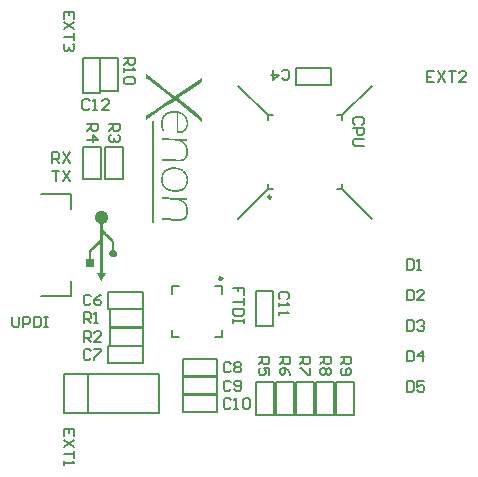
<source format=gto>
G04*
G04 #@! TF.GenerationSoftware,Altium Limited,Altium Designer,19.1.6 (110)*
G04*
G04 Layer_Color=65535*
%FSLAX25Y25*%
%MOIN*%
G70*
G01*
G75*
%ADD10C,0.00984*%
%ADD11C,0.00602*%
%ADD12C,0.00787*%
%ADD13C,0.00630*%
G36*
X57041Y121045D02*
X57169D01*
X57460Y121008D01*
X57788Y120972D01*
X58171Y120899D01*
X58553Y120790D01*
X58954Y120662D01*
X58973D01*
X59009Y120644D01*
X59064Y120626D01*
X59136Y120589D01*
X59319Y120480D01*
X59556Y120352D01*
X59829Y120152D01*
X60120Y119933D01*
X60394Y119660D01*
X60667Y119332D01*
Y119314D01*
X60703Y119296D01*
X60740Y119241D01*
X60776Y119168D01*
X60831Y119077D01*
X60886Y118949D01*
X61013Y118676D01*
X61141Y118348D01*
X61250Y117947D01*
X61323Y117492D01*
X61359Y116982D01*
Y116818D01*
X61341Y116636D01*
X61323Y116417D01*
X61268Y116144D01*
X61214Y115852D01*
X61123Y115560D01*
X60995Y115269D01*
Y115251D01*
X60977Y115233D01*
X60922Y115141D01*
X60849Y114996D01*
X60722Y114813D01*
X60558Y114631D01*
X60357Y114431D01*
X60120Y114231D01*
X59847Y114048D01*
X59811Y114030D01*
X59701Y113975D01*
X59537Y113902D01*
X59301Y113830D01*
X59027Y113757D01*
X58699Y113684D01*
X58335Y113629D01*
X57934Y113611D01*
X57898D01*
X57806D01*
X57697D01*
X57551Y113629D01*
Y120389D01*
X57533D01*
X57460D01*
X57351Y120407D01*
X57242D01*
X56968Y120425D01*
X56823D01*
X56713D01*
X56677D01*
X56568D01*
X56422Y120407D01*
X56203Y120389D01*
X55966Y120371D01*
X55693Y120316D01*
X55420Y120261D01*
X55128Y120188D01*
X55092Y120170D01*
X55001Y120152D01*
X54873Y120079D01*
X54691Y120006D01*
X54490Y119915D01*
X54290Y119788D01*
X54071Y119642D01*
X53871Y119478D01*
X53853Y119460D01*
X53780Y119387D01*
X53689Y119277D01*
X53579Y119150D01*
X53452Y118968D01*
X53342Y118786D01*
X53215Y118549D01*
X53106Y118312D01*
X53087Y118275D01*
X53069Y118202D01*
X53033Y118057D01*
X52996Y117875D01*
X52942Y117674D01*
X52905Y117419D01*
X52887Y117164D01*
X52869Y116891D01*
Y116781D01*
X52887Y116690D01*
Y116581D01*
X52905Y116453D01*
X52924Y116308D01*
X52942Y116144D01*
X52996Y115761D01*
X53106Y115324D01*
X53233Y114850D01*
X53415Y114340D01*
X53397D01*
X53361Y114358D01*
X53288D01*
X53215Y114376D01*
X52996Y114413D01*
X52759Y114449D01*
Y114486D01*
X52723Y114577D01*
X52687Y114704D01*
X52650Y114868D01*
X52614Y115069D01*
X52559Y115287D01*
X52486Y115725D01*
Y115743D01*
X52468Y115816D01*
X52450Y115925D01*
Y116071D01*
X52431Y116253D01*
X52413Y116453D01*
X52395Y116872D01*
Y117036D01*
X52413Y117237D01*
X52431Y117474D01*
X52468Y117765D01*
X52504Y118075D01*
X52577Y118385D01*
X52668Y118694D01*
X52687Y118731D01*
X52723Y118822D01*
X52796Y118968D01*
X52887Y119150D01*
X53015Y119369D01*
X53160Y119587D01*
X53361Y119824D01*
X53579Y120043D01*
X53616Y120061D01*
X53689Y120134D01*
X53834Y120225D01*
X53998Y120352D01*
X54217Y120480D01*
X54472Y120607D01*
X54727Y120717D01*
X55019Y120826D01*
X55037D01*
X55055Y120844D01*
X55164Y120863D01*
X55329Y120899D01*
X55529Y120935D01*
X55784Y120990D01*
X56076Y121027D01*
X56403Y121045D01*
X56731Y121063D01*
X56750D01*
X56786D01*
X56841D01*
X56932D01*
X57041Y121045D01*
D02*
G37*
G36*
X57770Y111771D02*
X60211Y111680D01*
X60248D01*
X60321D01*
X60430D01*
X60576D01*
X60904D01*
X61050D01*
X61177D01*
Y111552D01*
X61159Y111425D01*
Y111151D01*
X61177Y111005D01*
X59247Y111114D01*
X59246Y111115D01*
X59228D01*
X59247Y111114D01*
X59301Y111078D01*
X59373Y111042D01*
X59446Y111005D01*
X59647Y110915D01*
X59738Y110860D01*
X59829Y110805D01*
X59847D01*
X59865Y110787D01*
X59975Y110714D01*
X60120Y110605D01*
X60284Y110477D01*
X60303Y110459D01*
X60321Y110441D01*
X60430Y110331D01*
X60576Y110167D01*
X60722Y109967D01*
X60740Y109949D01*
X60758Y109912D01*
X60795Y109858D01*
X60849Y109767D01*
X60904Y109657D01*
X60958Y109548D01*
X61068Y109256D01*
Y109238D01*
X61086Y109184D01*
X61123Y109092D01*
X61159Y109001D01*
X61177Y108874D01*
X61214Y108728D01*
X61286Y108418D01*
Y108400D01*
X61305Y108345D01*
Y108254D01*
X61323Y108145D01*
X61341Y108018D01*
Y107872D01*
X61359Y107544D01*
Y107289D01*
X61341Y107106D01*
X61323Y106888D01*
X61286Y106651D01*
X61195Y106159D01*
Y106123D01*
X61159Y106050D01*
X61123Y105922D01*
X61068Y105758D01*
X60995Y105594D01*
X60886Y105412D01*
X60776Y105212D01*
X60631Y105048D01*
X60612Y105029D01*
X60558Y104975D01*
X60485Y104902D01*
X60357Y104811D01*
X60230Y104701D01*
X60066Y104610D01*
X59902Y104519D01*
X59701Y104446D01*
X59683D01*
X59610Y104410D01*
X59501Y104392D01*
X59373Y104355D01*
X59209Y104319D01*
X59027Y104301D01*
X58608Y104264D01*
X58590D01*
X58553D01*
X58499D01*
X58408D01*
X58298D01*
X58171Y104282D01*
X58007D01*
X57825Y104301D01*
X53944Y104483D01*
X52559Y104501D01*
Y105157D01*
X52577D01*
X52614D01*
X52668D01*
X52741Y105139D01*
X52942D01*
X53215Y105121D01*
X53525Y105102D01*
X53853Y105066D01*
X54217Y105048D01*
X54581Y105029D01*
X56768Y104902D01*
X56786D01*
X56823D01*
X56877D01*
X56968Y104884D01*
X57187D01*
X57442Y104865D01*
X57734D01*
X58025Y104847D01*
X58298D01*
X58517D01*
X58535D01*
X58608D01*
X58717D01*
X58863Y104865D01*
X59009Y104884D01*
X59173Y104920D01*
X59519Y105011D01*
X59537D01*
X59592Y105048D01*
X59683Y105084D01*
X59792Y105139D01*
X59902Y105212D01*
X60029Y105303D01*
X60157Y105412D01*
X60266Y105558D01*
X60284Y105576D01*
X60321Y105631D01*
X60357Y105722D01*
X60430Y105831D01*
X60503Y105959D01*
X60558Y106123D01*
X60631Y106305D01*
X60685Y106505D01*
Y106523D01*
X60703Y106596D01*
X60740Y106706D01*
X60758Y106851D01*
X60795Y107015D01*
X60813Y107216D01*
X60831Y107635D01*
Y107762D01*
X60813Y107926D01*
X60795Y108109D01*
X60776Y108327D01*
X60740Y108564D01*
X60667Y108819D01*
X60594Y109056D01*
Y109074D01*
X60558Y109147D01*
X60503Y109275D01*
X60448Y109402D01*
X60357Y109566D01*
X60248Y109748D01*
X60120Y109931D01*
X59975Y110095D01*
X59956Y110113D01*
X59902Y110167D01*
X59811Y110240D01*
X59683Y110350D01*
X59537Y110459D01*
X59355Y110587D01*
X59155Y110714D01*
X58936Y110823D01*
X58918D01*
X58845Y110860D01*
X58754Y110896D01*
X58608Y110951D01*
X58426Y111005D01*
X58207Y111060D01*
X57934Y111097D01*
X57642Y111151D01*
X57606D01*
X57515Y111170D01*
X57424D01*
X57333Y111188D01*
X57223D01*
X57078Y111206D01*
X56932Y111224D01*
X56750D01*
X56568Y111242D01*
X56349Y111261D01*
X56112Y111279D01*
X55857D01*
X55584Y111297D01*
X55292Y111315D01*
X55274D01*
X55219D01*
X55128D01*
X55019D01*
X54891Y111334D01*
X54727D01*
X54545D01*
X54345D01*
X53907Y111352D01*
X53452D01*
X52996Y111370D01*
X52559D01*
Y112044D01*
X57770Y111771D01*
D02*
G37*
G36*
X56986Y102296D02*
X57114Y102278D01*
X57460Y102242D01*
X57843Y102187D01*
X58262Y102096D01*
X58699Y101968D01*
X59136Y101804D01*
X59155D01*
X59191Y101786D01*
X59246Y101750D01*
X59319Y101713D01*
X59519Y101586D01*
X59774Y101422D01*
X60048Y101203D01*
X60321Y100948D01*
X60594Y100638D01*
X60813Y100292D01*
Y100274D01*
X60831Y100238D01*
X60867Y100183D01*
X60904Y100110D01*
X60940Y100019D01*
X60995Y99910D01*
X61086Y99636D01*
X61195Y99308D01*
X61268Y98926D01*
X61341Y98525D01*
X61359Y98088D01*
Y97960D01*
X61341Y97796D01*
X61323Y97596D01*
X61305Y97377D01*
X61268Y97104D01*
X61195Y96830D01*
X61123Y96557D01*
X61104Y96521D01*
X61086Y96430D01*
X61031Y96284D01*
X60940Y96120D01*
X60849Y95901D01*
X60722Y95683D01*
X60558Y95464D01*
X60375Y95245D01*
X60357Y95227D01*
X60284Y95154D01*
X60157Y95045D01*
X60011Y94917D01*
X59792Y94790D01*
X59556Y94644D01*
X59282Y94516D01*
X58973Y94389D01*
X58954D01*
X58936Y94371D01*
X58827Y94334D01*
X58644Y94298D01*
X58426Y94225D01*
X58153Y94170D01*
X57843Y94134D01*
X57515Y94097D01*
X57151Y94079D01*
X57132D01*
X57096D01*
X57041D01*
X56968D01*
X56768Y94097D01*
X56513Y94116D01*
X56203Y94152D01*
X55875Y94225D01*
X55511Y94298D01*
X55146Y94407D01*
X55128D01*
X55110Y94425D01*
X55055Y94444D01*
X54982Y94462D01*
X54818Y94535D01*
X54600Y94626D01*
X54345Y94753D01*
X54071Y94917D01*
X53816Y95100D01*
X53561Y95300D01*
X53525Y95318D01*
X53452Y95409D01*
X53342Y95519D01*
X53215Y95683D01*
X53051Y95883D01*
X52905Y96120D01*
X52759Y96375D01*
X52650Y96666D01*
X52632Y96703D01*
X52614Y96794D01*
X52577Y96958D01*
X52523Y97158D01*
X52468Y97413D01*
X52431Y97687D01*
X52413Y97996D01*
X52395Y98324D01*
Y98543D01*
X52413Y98707D01*
X52431Y98889D01*
X52450Y99090D01*
X52541Y99527D01*
Y99545D01*
X52559Y99618D01*
X52596Y99746D01*
X52650Y99891D01*
X52705Y100055D01*
X52796Y100238D01*
X52887Y100438D01*
X52996Y100638D01*
X53015Y100657D01*
X53051Y100730D01*
X53124Y100821D01*
X53233Y100948D01*
X53342Y101076D01*
X53488Y101240D01*
X53671Y101404D01*
X53853Y101549D01*
X53871Y101568D01*
X53944Y101604D01*
X54071Y101677D01*
X54217Y101768D01*
X54399Y101859D01*
X54618Y101950D01*
X54855Y102041D01*
X55110Y102132D01*
X55146D01*
X55237Y102169D01*
X55383Y102187D01*
X55565Y102224D01*
X55802Y102260D01*
X56057Y102278D01*
X56331Y102315D01*
X56622D01*
X56640D01*
X56677D01*
X56750D01*
X56859D01*
X56986Y102296D01*
D02*
G37*
G36*
X57770Y92002D02*
X60211Y91911D01*
X60248D01*
X60321D01*
X60430D01*
X60576D01*
X60904D01*
X61050D01*
X61177D01*
Y91783D01*
X61159Y91656D01*
Y91383D01*
X61177Y91237D01*
X59247Y91345D01*
X59246Y91346D01*
X59228D01*
X59247Y91345D01*
X59301Y91310D01*
X59373Y91273D01*
X59446Y91237D01*
X59647Y91146D01*
X59738Y91091D01*
X59829Y91036D01*
X59847D01*
X59865Y91018D01*
X59975Y90945D01*
X60120Y90836D01*
X60284Y90709D01*
X60303Y90690D01*
X60321Y90672D01*
X60430Y90563D01*
X60576Y90399D01*
X60722Y90198D01*
X60740Y90180D01*
X60758Y90144D01*
X60795Y90089D01*
X60849Y89998D01*
X60904Y89889D01*
X60958Y89779D01*
X61068Y89488D01*
Y89469D01*
X61086Y89415D01*
X61123Y89324D01*
X61159Y89233D01*
X61177Y89105D01*
X61214Y88959D01*
X61286Y88650D01*
Y88631D01*
X61305Y88577D01*
Y88486D01*
X61323Y88376D01*
X61341Y88249D01*
Y88103D01*
X61359Y87775D01*
Y87520D01*
X61341Y87338D01*
X61323Y87119D01*
X61286Y86882D01*
X61195Y86390D01*
Y86354D01*
X61159Y86281D01*
X61123Y86154D01*
X61068Y85989D01*
X60995Y85826D01*
X60886Y85643D01*
X60776Y85443D01*
X60631Y85279D01*
X60612Y85261D01*
X60558Y85206D01*
X60485Y85133D01*
X60357Y85042D01*
X60230Y84933D01*
X60066Y84842D01*
X59902Y84750D01*
X59701Y84678D01*
X59683D01*
X59610Y84641D01*
X59501Y84623D01*
X59373Y84587D01*
X59209Y84550D01*
X59027Y84532D01*
X58608Y84496D01*
X58590D01*
X58553D01*
X58499D01*
X58408D01*
X58298D01*
X58171Y84514D01*
X58007D01*
X57825Y84532D01*
X53944Y84714D01*
X52559Y84732D01*
Y85388D01*
X52577D01*
X52614D01*
X52668D01*
X52741Y85370D01*
X52942D01*
X53215Y85352D01*
X53525Y85334D01*
X53853Y85297D01*
X54217Y85279D01*
X54581Y85261D01*
X56768Y85133D01*
X56786D01*
X56823D01*
X56877D01*
X56968Y85115D01*
X57187D01*
X57442Y85097D01*
X57734D01*
X58025Y85079D01*
X58298D01*
X58517D01*
X58535D01*
X58608D01*
X58717D01*
X58863Y85097D01*
X59009Y85115D01*
X59173Y85151D01*
X59519Y85242D01*
X59537D01*
X59592Y85279D01*
X59683Y85315D01*
X59792Y85370D01*
X59902Y85443D01*
X60029Y85534D01*
X60157Y85643D01*
X60266Y85789D01*
X60284Y85807D01*
X60321Y85862D01*
X60357Y85953D01*
X60430Y86062D01*
X60503Y86190D01*
X60558Y86354D01*
X60631Y86536D01*
X60685Y86737D01*
Y86755D01*
X60703Y86828D01*
X60740Y86937D01*
X60758Y87083D01*
X60795Y87247D01*
X60813Y87447D01*
X60831Y87866D01*
Y87994D01*
X60813Y88158D01*
X60795Y88340D01*
X60776Y88559D01*
X60740Y88795D01*
X60667Y89051D01*
X60594Y89287D01*
Y89306D01*
X60558Y89378D01*
X60503Y89506D01*
X60448Y89634D01*
X60357Y89798D01*
X60248Y89980D01*
X60120Y90162D01*
X59975Y90326D01*
X59956Y90344D01*
X59902Y90399D01*
X59811Y90472D01*
X59683Y90581D01*
X59537Y90690D01*
X59355Y90818D01*
X59155Y90945D01*
X58936Y91055D01*
X58918D01*
X58845Y91091D01*
X58754Y91128D01*
X58608Y91182D01*
X58426Y91237D01*
X58207Y91291D01*
X57934Y91328D01*
X57642Y91383D01*
X57606D01*
X57515Y91401D01*
X57424D01*
X57333Y91419D01*
X57223D01*
X57078Y91437D01*
X56932Y91456D01*
X56750D01*
X56568Y91474D01*
X56349Y91492D01*
X56112Y91510D01*
X55857D01*
X55584Y91528D01*
X55292Y91547D01*
X55274D01*
X55219D01*
X55128D01*
X55019D01*
X54891Y91565D01*
X54727D01*
X54545D01*
X54345D01*
X53907Y91583D01*
X53452D01*
X52996Y91601D01*
X52559D01*
Y92275D01*
X57770Y92002D01*
D02*
G37*
G36*
X47470Y133435D02*
X47528Y133377D01*
X47674Y133290D01*
X47849Y133115D01*
X48112Y132911D01*
X48461Y132648D01*
X48870Y132327D01*
X49365Y131919D01*
X49949Y131482D01*
X50619Y130928D01*
X51407Y130315D01*
X52281Y129645D01*
X52748Y129265D01*
X53273Y128857D01*
X53798Y128449D01*
X54381Y128012D01*
X54993Y127545D01*
X55606Y127049D01*
X56276Y126524D01*
X56976Y126000D01*
X66074Y132094D01*
Y131890D01*
X66045Y131657D01*
Y130928D01*
X66074Y130694D01*
X63596Y129120D01*
X57938Y125241D01*
X64587Y119934D01*
X64645Y119905D01*
X64762Y119818D01*
X64937Y119672D01*
X65141Y119526D01*
X65199Y119468D01*
X65258Y119439D01*
X65374Y119351D01*
X65491Y119264D01*
X65666Y119147D01*
X65841Y119001D01*
X66074Y118855D01*
Y117485D01*
X58230Y123667D01*
X56976Y124600D01*
X56947D01*
X56889Y124542D01*
X56801Y124483D01*
X56685Y124396D01*
X56539Y124308D01*
X56335Y124192D01*
X55897Y123871D01*
X55314Y123492D01*
X54673Y123054D01*
X53944Y122559D01*
X53127Y122034D01*
X47441Y118156D01*
Y119555D01*
X47470D01*
X47499Y119584D01*
X47587Y119643D01*
X47703Y119701D01*
X47995Y119905D01*
X48374Y120138D01*
X48841Y120430D01*
X49365Y120780D01*
X49949Y121159D01*
X50532Y121567D01*
X50561D01*
X50619Y121626D01*
X50707Y121684D01*
X50853Y121771D01*
X51028Y121888D01*
X51261Y122063D01*
X51523Y122238D01*
X51844Y122442D01*
X52194Y122675D01*
X52602Y122967D01*
X53040Y123288D01*
X53535Y123609D01*
X54089Y123988D01*
X54702Y124425D01*
X55343Y124862D01*
X56043Y125358D01*
X52602Y128099D01*
X48695Y131132D01*
X48666Y131161D01*
X48607Y131190D01*
X48520Y131278D01*
X48374Y131365D01*
X48199Y131511D01*
X47966Y131686D01*
X47732Y131861D01*
X47441Y132065D01*
Y133465D01*
X47470Y133435D01*
D02*
G37*
G36*
X32794Y87762D02*
X32947Y87741D01*
X33090Y87708D01*
X33352Y87609D01*
X33570Y87500D01*
X33669Y87445D01*
X33745Y87391D01*
X33822Y87347D01*
X33887Y87303D01*
X33931Y87260D01*
X33964Y87227D01*
X33986Y87216D01*
X33997Y87205D01*
X34106Y87096D01*
X34194Y86987D01*
X34281Y86877D01*
X34347Y86779D01*
X34401Y86691D01*
X34434Y86626D01*
X34456Y86582D01*
X34467Y86571D01*
X34521Y86440D01*
X34576Y86309D01*
X34609Y86189D01*
X34642Y86068D01*
X34653Y85970D01*
X34663Y85893D01*
X34674Y85850D01*
Y85828D01*
X34685Y85686D01*
Y85544D01*
X34663Y85281D01*
X34609Y85041D01*
X34543Y84833D01*
X34467Y84658D01*
X34434Y84593D01*
X34401Y84527D01*
X34379Y84483D01*
X34357Y84451D01*
X34336Y84429D01*
Y84418D01*
X34161Y84199D01*
X33975Y84013D01*
X33789Y83860D01*
X33603Y83740D01*
X33439Y83653D01*
X33374Y83620D01*
X33308Y83587D01*
X33253Y83565D01*
X33221Y83554D01*
X33199Y83543D01*
X33188D01*
X33133Y83533D01*
X33090Y83522D01*
X33057Y83511D01*
X33046D01*
X33013Y83500D01*
X33002Y83489D01*
X32991D01*
X32980Y83478D01*
Y83456D01*
X32969Y83401D01*
X32958Y83336D01*
Y82254D01*
X32969Y82101D01*
Y81904D01*
X32980Y81849D01*
Y81817D01*
X33013Y81674D01*
X33057Y81543D01*
X33079Y81489D01*
X33101Y81445D01*
X33122Y81423D01*
Y81412D01*
X33188Y81314D01*
X33264Y81226D01*
X33330Y81150D01*
X33341Y81139D01*
X33352Y81128D01*
X33396Y81084D01*
X33472Y81019D01*
X33560Y80931D01*
X33658Y80833D01*
X33778Y80713D01*
X33909Y80592D01*
X34172Y80341D01*
X34434Y80101D01*
X34543Y79980D01*
X34653Y79882D01*
X34740Y79805D01*
X34806Y79740D01*
X34849Y79696D01*
X34860Y79685D01*
X35002Y79554D01*
X35133Y79434D01*
X35363Y79215D01*
X35560Y79029D01*
X35713Y78887D01*
X35822Y78778D01*
X35899Y78702D01*
X35953Y78658D01*
X35964Y78647D01*
X36073Y78538D01*
X36161Y78450D01*
X36226Y78374D01*
X36270Y78319D01*
X36314Y78275D01*
X36336Y78242D01*
X36347Y78221D01*
X36478Y78035D01*
X36565Y77871D01*
X36609Y77794D01*
X36631Y77740D01*
X36653Y77696D01*
Y77685D01*
X36729Y77466D01*
X36762Y77368D01*
X36784Y77281D01*
X36795Y77215D01*
X36806Y77160D01*
X36817Y77128D01*
Y77084D01*
X36828Y77029D01*
Y76887D01*
X36838Y76822D01*
Y76570D01*
X36849Y76428D01*
Y74745D01*
X37003Y74668D01*
X37068Y74636D01*
X37112Y74603D01*
X37145Y74592D01*
X37156Y74581D01*
X37210Y74537D01*
X37265Y74493D01*
X37308Y74450D01*
X37319Y74439D01*
X37429Y74319D01*
X37505Y74209D01*
X37538Y74177D01*
X37560Y74144D01*
X37571Y74122D01*
Y74111D01*
X37626Y73980D01*
X37669Y73860D01*
X37680Y73816D01*
X37691Y73772D01*
X37702Y73750D01*
Y73739D01*
X37713Y73597D01*
Y73466D01*
X37691Y73346D01*
X37669Y73237D01*
X37647Y73138D01*
X37615Y73073D01*
X37604Y73018D01*
X37593Y73007D01*
X37527Y72876D01*
X37462Y72767D01*
X37385Y72668D01*
X37308Y72592D01*
X37243Y72526D01*
X37188Y72471D01*
X37145Y72450D01*
X37134Y72439D01*
X37090Y72406D01*
X37046Y72373D01*
X37003Y72362D01*
X36992Y72351D01*
X36926Y72318D01*
X36882Y72297D01*
X36838Y72286D01*
X36828D01*
X36751Y72264D01*
X36696Y72253D01*
X36664Y72242D01*
X36653D01*
X36620D01*
X36587Y72231D01*
X36500D01*
X36434D01*
X36412D01*
X36401D01*
X36292D01*
X36215D01*
X36172Y72242D01*
X36161D01*
X36106Y72253D01*
X36062Y72264D01*
X36019Y72275D01*
X36008D01*
X35866Y72340D01*
X35745Y72406D01*
X35702Y72428D01*
X35669Y72450D01*
X35647Y72461D01*
X35636Y72471D01*
X35527Y72559D01*
X35429Y72646D01*
X35374Y72712D01*
X35363Y72734D01*
X35352Y72745D01*
X35287Y72854D01*
X35232Y72952D01*
X35199Y73051D01*
X35166Y73149D01*
X35144Y73226D01*
X35122Y73291D01*
X35112Y73335D01*
Y73346D01*
X35101Y73466D01*
Y73575D01*
X35112Y73685D01*
X35133Y73783D01*
X35155Y73870D01*
X35166Y73936D01*
X35188Y73980D01*
Y73991D01*
X35265Y74144D01*
X35341Y74275D01*
X35385Y74319D01*
X35407Y74362D01*
X35429Y74384D01*
X35440Y74395D01*
X35571Y74515D01*
X35691Y74603D01*
X35735Y74636D01*
X35778Y74647D01*
X35800Y74668D01*
X35811D01*
X35953Y74745D01*
Y77117D01*
X35899Y77270D01*
X35822Y77434D01*
X35789Y77510D01*
X35745Y77576D01*
X35702Y77619D01*
X35680Y77663D01*
X35658Y77685D01*
X35647Y77696D01*
X35603Y77740D01*
X35549Y77794D01*
X35472Y77860D01*
X35396Y77936D01*
X35210Y78122D01*
X35013Y78308D01*
X34827Y78494D01*
X34740Y78570D01*
X34663Y78647D01*
X34598Y78702D01*
X34554Y78745D01*
X34521Y78778D01*
X34510Y78789D01*
X34336Y78953D01*
X34172Y79117D01*
X34019Y79259D01*
X33887Y79379D01*
X33778Y79488D01*
X33702Y79565D01*
X33647Y79609D01*
X33625Y79631D01*
X33494Y79762D01*
X33385Y79860D01*
X33297Y79937D01*
X33242Y80002D01*
X33199Y80035D01*
X33177Y80057D01*
X33155Y80079D01*
X32958Y80265D01*
Y67039D01*
X33494D01*
X33647D01*
X33767D01*
X33811D01*
X33844D01*
X33855D01*
X33866D01*
X33920D01*
X33953D01*
X33997Y67028D01*
X34019D01*
X34008Y67006D01*
X33986Y66963D01*
X33942Y66897D01*
X33909Y66821D01*
X33866Y66755D01*
X33822Y66689D01*
X33800Y66646D01*
X33789Y66624D01*
X33614Y66318D01*
X33527Y66176D01*
X33450Y66034D01*
X33374Y65924D01*
X33319Y65826D01*
X33286Y65771D01*
X33275Y65750D01*
X33177Y65575D01*
X33079Y65411D01*
X32991Y65258D01*
X32926Y65127D01*
X32860Y65028D01*
X32816Y64941D01*
X32783Y64897D01*
X32773Y64875D01*
X32696Y64744D01*
X32641Y64635D01*
X32598Y64569D01*
X32565Y64514D01*
X32543Y64482D01*
Y64471D01*
X32532Y64460D01*
X32521Y64471D01*
X32499Y64492D01*
X32467Y64536D01*
X32434Y64591D01*
X32401Y64635D01*
X32379Y64678D01*
X32357Y64711D01*
X32346Y64722D01*
X32270Y64842D01*
X32182Y64984D01*
X32095Y65148D01*
X31997Y65312D01*
X31909Y65465D01*
X31833Y65586D01*
X31811Y65640D01*
X31789Y65673D01*
X31767Y65695D01*
Y65706D01*
X31658Y65892D01*
X31559Y66066D01*
X31472Y66220D01*
X31395Y66351D01*
X31341Y66460D01*
X31297Y66547D01*
X31264Y66591D01*
X31253Y66613D01*
X31177Y66744D01*
X31122Y66831D01*
X31089Y66908D01*
X31067Y66952D01*
X31046Y66985D01*
X31035Y66996D01*
Y67006D01*
X31046Y67028D01*
X31067Y67039D01*
X31089D01*
X31100D01*
X31144D01*
X31199D01*
X31275D01*
X31352D01*
X31428D01*
X31494D01*
X31538D01*
X31548D01*
X32084D01*
Y77007D01*
X32029Y76964D01*
X31975Y76920D01*
X31898Y76854D01*
X31811Y76767D01*
X31723Y76679D01*
X31636Y76603D01*
X31559Y76537D01*
X31516Y76494D01*
X31494Y76472D01*
X31177Y76166D01*
X31024Y76024D01*
X30882Y75893D01*
X30772Y75783D01*
X30674Y75696D01*
X30619Y75641D01*
X30608Y75619D01*
X30597D01*
X30423Y75455D01*
X30270Y75302D01*
X30117Y75160D01*
X29996Y75040D01*
X29887Y74942D01*
X29811Y74865D01*
X29767Y74821D01*
X29745Y74800D01*
X29614Y74679D01*
X29515Y74581D01*
X29450Y74515D01*
X29395Y74461D01*
X29373Y74428D01*
X29351Y74417D01*
X29340Y74406D01*
X29297Y74340D01*
X29264Y74275D01*
X29220Y74209D01*
X29209Y74198D01*
Y74187D01*
X29166Y74078D01*
X29133Y73991D01*
X29111Y73947D01*
Y73925D01*
X29100Y73892D01*
Y73838D01*
X29089Y73739D01*
X29078Y73696D01*
Y73084D01*
X29067Y72931D01*
Y71586D01*
X29953D01*
Y68963D01*
X27340D01*
Y71586D01*
X28204D01*
X28215Y73925D01*
X28258Y74111D01*
X28313Y74297D01*
X28346Y74384D01*
X28379Y74461D01*
X28400Y74515D01*
X28422Y74570D01*
X28444Y74603D01*
Y74614D01*
X28543Y74778D01*
X28597Y74854D01*
X28641Y74920D01*
X28685Y74974D01*
X28717Y75018D01*
X28728Y75040D01*
X28739Y75051D01*
X28772Y75084D01*
X28827Y75138D01*
X28892Y75215D01*
X28980Y75291D01*
X29056Y75379D01*
X29122Y75444D01*
X29166Y75488D01*
X29188Y75510D01*
X29351Y75663D01*
X29526Y75827D01*
X29690Y75980D01*
X29843Y76133D01*
X29985Y76264D01*
X30084Y76363D01*
X30128Y76395D01*
X30160Y76428D01*
X30171Y76439D01*
X30182Y76450D01*
X30412Y76669D01*
X30619Y76865D01*
X30805Y77040D01*
X30958Y77193D01*
X31100Y77324D01*
X31220Y77445D01*
X31330Y77543D01*
X31417Y77619D01*
X31483Y77696D01*
X31538Y77751D01*
X31581Y77794D01*
X31625Y77827D01*
X31658Y77860D01*
X31669Y77871D01*
X31734Y77936D01*
X31789Y77991D01*
X31865Y78089D01*
X31909Y78166D01*
X31920Y78177D01*
Y78188D01*
X31964Y78275D01*
X31997Y78374D01*
X32018Y78461D01*
X32040Y78549D01*
X32051Y78614D01*
X32062Y78669D01*
Y78800D01*
X32073Y78909D01*
Y79390D01*
X32084Y79587D01*
Y83478D01*
X32008Y83500D01*
X31800Y83565D01*
X31701Y83598D01*
X31614Y83631D01*
X31548Y83664D01*
X31494Y83697D01*
X31461Y83707D01*
X31450Y83718D01*
X31275Y83839D01*
X31199Y83904D01*
X31122Y83959D01*
X31067Y84003D01*
X31024Y84046D01*
X31002Y84068D01*
X30991Y84079D01*
X30882Y84188D01*
X30794Y84309D01*
X30707Y84418D01*
X30652Y84527D01*
X30597Y84615D01*
X30565Y84680D01*
X30543Y84724D01*
X30532Y84746D01*
X30477Y84877D01*
X30444Y85019D01*
X30412Y85150D01*
X30390Y85271D01*
X30368Y85369D01*
Y85456D01*
X30357Y85500D01*
Y85697D01*
X30368Y85861D01*
X30390Y86014D01*
X30412Y86145D01*
X30444Y86254D01*
X30466Y86342D01*
X30477Y86396D01*
X30488Y86418D01*
X30554Y86571D01*
X30641Y86702D01*
X30718Y86833D01*
X30805Y86943D01*
X30871Y87030D01*
X30936Y87096D01*
X30980Y87139D01*
X30991Y87150D01*
X31111Y87260D01*
X31231Y87358D01*
X31352Y87435D01*
X31483Y87511D01*
X31734Y87620D01*
X31964Y87697D01*
X32171Y87741D01*
X32259Y87762D01*
X32335Y87773D01*
X32390D01*
X32434Y87784D01*
X32467D01*
X32477D01*
X32641D01*
X32794Y87762D01*
D02*
G37*
%LPC*%
G36*
X58025Y120298D02*
X58007Y114249D01*
X58025D01*
X58098D01*
X58207D01*
X58335Y114267D01*
X58626Y114285D01*
X58772Y114303D01*
X58900Y114322D01*
X58918D01*
X58954Y114340D01*
X59027D01*
X59100Y114376D01*
X59319Y114431D01*
X59556Y114540D01*
X59574D01*
X59610Y114577D01*
X59665Y114613D01*
X59756Y114649D01*
X59938Y114777D01*
X60120Y114941D01*
X60139Y114959D01*
X60157Y114978D01*
X60266Y115087D01*
X60412Y115251D01*
X60539Y115470D01*
Y115488D01*
X60576Y115524D01*
X60594Y115579D01*
X60631Y115670D01*
X60722Y115870D01*
X60795Y116144D01*
Y116162D01*
X60813Y116198D01*
X60831Y116289D01*
X60849Y116380D01*
Y116490D01*
X60867Y116636D01*
X60886Y116927D01*
Y117091D01*
X60867Y117200D01*
Y117328D01*
X60849Y117474D01*
X60776Y117802D01*
Y117820D01*
X60758Y117875D01*
X60740Y117966D01*
X60703Y118057D01*
X60612Y118330D01*
X60485Y118603D01*
Y118622D01*
X60448Y118658D01*
X60412Y118731D01*
X60375Y118822D01*
X60230Y119022D01*
X60029Y119259D01*
X60011Y119277D01*
X59975Y119314D01*
X59920Y119369D01*
X59847Y119441D01*
X59665Y119605D01*
X59428Y119769D01*
X59410D01*
X59373Y119806D01*
X59319Y119842D01*
X59246Y119879D01*
X59045Y119988D01*
X58827Y120079D01*
X58808D01*
X58772Y120097D01*
X58699Y120116D01*
X58626Y120152D01*
X58499Y120188D01*
X58371Y120225D01*
X58207Y120261D01*
X58025Y120298D01*
D02*
G37*
G36*
X56640Y101677D02*
X56604D01*
X56495D01*
X56331Y101659D01*
X56130Y101640D01*
X55875Y101622D01*
X55620Y101586D01*
X55329Y101531D01*
X55037Y101458D01*
X55001Y101440D01*
X54909Y101404D01*
X54782Y101349D01*
X54600Y101276D01*
X54399Y101167D01*
X54199Y101039D01*
X53980Y100893D01*
X53780Y100711D01*
X53762Y100693D01*
X53689Y100620D01*
X53616Y100511D01*
X53506Y100365D01*
X53379Y100201D01*
X53270Y100019D01*
X53160Y99800D01*
X53069Y99582D01*
Y99545D01*
X53033Y99472D01*
X53015Y99363D01*
X52978Y99199D01*
X52942Y98999D01*
X52905Y98798D01*
X52887Y98561D01*
X52869Y98306D01*
Y98179D01*
X52887Y98033D01*
X52905Y97833D01*
X52924Y97614D01*
X52978Y97377D01*
X53033Y97140D01*
X53106Y96885D01*
X53124Y96849D01*
X53160Y96776D01*
X53215Y96648D01*
X53306Y96484D01*
X53415Y96302D01*
X53561Y96102D01*
X53725Y95901D01*
X53926Y95719D01*
X53944Y95701D01*
X54035Y95628D01*
X54162Y95537D01*
X54326Y95427D01*
X54527Y95318D01*
X54764Y95191D01*
X55037Y95063D01*
X55347Y94972D01*
X55365D01*
X55383Y94954D01*
X55493Y94936D01*
X55675Y94899D01*
X55893Y94844D01*
X56167Y94790D01*
X56476Y94753D01*
X56804Y94735D01*
X57151Y94717D01*
X57169D01*
X57187D01*
X57296D01*
X57460Y94735D01*
X57679Y94753D01*
X57934Y94771D01*
X58207Y94808D01*
X58499Y94881D01*
X58790Y94954D01*
X58808D01*
X58827Y94972D01*
X58918Y94990D01*
X59064Y95063D01*
X59246Y95136D01*
X59446Y95245D01*
X59647Y95373D01*
X59847Y95519D01*
X60029Y95701D01*
X60048Y95719D01*
X60102Y95792D01*
X60193Y95883D01*
X60284Y96029D01*
X60394Y96193D01*
X60503Y96393D01*
X60612Y96593D01*
X60685Y96830D01*
X60703Y96849D01*
X60722Y96940D01*
X60758Y97067D01*
X60795Y97213D01*
X60831Y97413D01*
X60849Y97632D01*
X60886Y97869D01*
Y98270D01*
X60867Y98470D01*
X60831Y98725D01*
X60758Y99017D01*
X60667Y99326D01*
X60539Y99673D01*
X60375Y100001D01*
Y100019D01*
X60357Y100037D01*
X60284Y100146D01*
X60175Y100292D01*
X60011Y100493D01*
X59792Y100693D01*
X59537Y100912D01*
X59228Y101112D01*
X58863Y101276D01*
X58845D01*
X58827Y101294D01*
X58772Y101312D01*
X58681Y101331D01*
X58590Y101367D01*
X58481Y101404D01*
X58207Y101477D01*
X57879Y101549D01*
X57497Y101622D01*
X57096Y101659D01*
X56640Y101677D01*
D02*
G37*
%LPD*%
D10*
X89075Y92323D02*
G03*
X89075Y92323I-492J0D01*
G01*
X72736Y65226D02*
G03*
X72736Y65226I-492J0D01*
G01*
D11*
X108976Y129646D02*
Y135315D01*
X97323Y129646D02*
X108976D01*
X97323D02*
Y135315D01*
X108976D01*
X84055Y60945D02*
X89724D01*
Y49291D02*
Y60945D01*
X84055Y49291D02*
X89724D01*
X84055D02*
Y60945D01*
X26299Y127047D02*
X31969D01*
X26299D02*
Y138701D01*
X31969D01*
Y127047D02*
Y138701D01*
X38110Y127835D02*
Y138701D01*
X32008D02*
X38110D01*
X32008Y127835D02*
Y138701D01*
Y127835D02*
X38110D01*
X110748Y19764D02*
X116850D01*
X110748D02*
Y30630D01*
X116850D01*
Y19764D02*
Y30630D01*
X104026Y19764D02*
X110128D01*
X104026D02*
Y30630D01*
X110128D01*
Y19764D02*
Y30630D01*
X83858Y19764D02*
X89961D01*
X83858D02*
Y30630D01*
X89961D01*
Y19764D02*
Y30630D01*
X90581Y19764D02*
X96683D01*
X90581D02*
Y30630D01*
X96683D01*
Y19764D02*
Y30630D01*
X97303Y19764D02*
X103405D01*
X97303D02*
Y30630D01*
X103405D01*
Y19764D02*
Y30630D01*
X26299Y98307D02*
X32402D01*
X26299D02*
Y109173D01*
X32402D01*
Y98307D02*
Y109173D01*
X46378Y49005D02*
Y55108D01*
X35512Y49005D02*
X46378D01*
X35512D02*
Y55108D01*
X46378D01*
X34724Y55108D02*
X46378D01*
Y60777D01*
X34724D02*
X46378D01*
X34724Y55108D02*
Y60777D01*
X33583Y98307D02*
X39685D01*
X33583D02*
Y109173D01*
X39685D01*
Y98307D02*
Y109173D01*
X46378Y42706D02*
Y48808D01*
X35512Y42706D02*
X46378D01*
X35512D02*
Y48808D01*
X46378D01*
X34724Y36997D02*
X46378D01*
Y42667D01*
X34724D02*
X46378D01*
X34724Y36997D02*
Y42667D01*
X59528Y32667D02*
X71181D01*
Y38336D01*
X59528D02*
X71181D01*
X59528Y32667D02*
Y38336D01*
Y26761D02*
X71181D01*
Y32430D01*
X59528D02*
X71181D01*
X59528Y26761D02*
Y32430D01*
Y20856D02*
X71181D01*
Y26525D01*
X59528D02*
X71181D01*
X59528Y20856D02*
Y26525D01*
D12*
X87992Y94882D02*
X89764D01*
X87992D02*
Y96653D01*
Y117913D02*
Y119685D01*
X89764D01*
X111024D02*
X112795D01*
Y117913D02*
Y119685D01*
X111024Y94882D02*
X112795D01*
Y96653D01*
X70374Y62667D02*
X72835D01*
Y60206D02*
Y62667D01*
Y45738D02*
Y48198D01*
X70374Y45738D02*
X72835D01*
X55905D02*
X58366D01*
X55905D02*
Y48198D01*
Y62667D02*
X58366D01*
X55905Y60206D02*
Y62667D01*
X20079Y33268D02*
X51575D01*
Y20276D02*
Y33268D01*
X20079Y20276D02*
X51575D01*
X20079D02*
Y33268D01*
X27953Y20276D02*
Y33268D01*
X49803Y84055D02*
Y117717D01*
X12342Y93378D02*
X22343D01*
Y88378D02*
Y93378D01*
Y59378D02*
Y64378D01*
X12342Y59378D02*
X22343D01*
X78150Y129528D02*
X87992Y119685D01*
X78150Y85039D02*
X87992Y94882D01*
X112795D02*
X122638Y85039D01*
X112795Y119685D02*
X122638Y129528D01*
D13*
X92717Y131891D02*
X93308Y131300D01*
X94488D01*
X95079Y131891D01*
Y134252D01*
X94488Y134843D01*
X93308D01*
X92717Y134252D01*
X89766Y134843D02*
Y131300D01*
X91537Y133071D01*
X89175D01*
X119290Y116536D02*
X119881Y117127D01*
Y118307D01*
X119290Y118898D01*
X116929D01*
X116339Y118307D01*
Y117127D01*
X116929Y116536D01*
X116339Y115356D02*
X119881D01*
Y113584D01*
X119290Y112994D01*
X118110D01*
X117519Y113584D01*
Y115356D01*
X119881Y111813D02*
X116929D01*
X116339Y111223D01*
Y110042D01*
X116929Y109452D01*
X119881D01*
X94487Y58268D02*
X95078Y58859D01*
Y60040D01*
X94487Y60630D01*
X92126D01*
X91535Y60040D01*
Y58859D01*
X92126Y58268D01*
X91535Y57088D02*
Y55907D01*
Y56497D01*
X95078D01*
X94487Y57088D01*
X91535Y54136D02*
Y52955D01*
Y53546D01*
X95078D01*
X94487Y54136D01*
X112205Y38976D02*
X115747D01*
Y37205D01*
X115156Y36615D01*
X113976D01*
X113385Y37205D01*
Y38976D01*
Y37796D02*
X112205Y36615D01*
X112795Y35434D02*
X112205Y34844D01*
Y33663D01*
X112795Y33073D01*
X115156D01*
X115747Y33663D01*
Y34844D01*
X115156Y35434D01*
X114566D01*
X113976Y34844D01*
Y33073D01*
X105512Y38976D02*
X109055D01*
Y37205D01*
X108464Y36615D01*
X107283D01*
X106693Y37205D01*
Y38976D01*
Y37796D02*
X105512Y36615D01*
X108464Y35434D02*
X109055Y34844D01*
Y33663D01*
X108464Y33073D01*
X107874D01*
X107283Y33663D01*
X106693Y33073D01*
X106103D01*
X105512Y33663D01*
Y34844D01*
X106103Y35434D01*
X106693D01*
X107283Y34844D01*
X107874Y35434D01*
X108464D01*
X107283Y34844D02*
Y33663D01*
X98563Y38976D02*
X102105D01*
Y37205D01*
X101515Y36615D01*
X100334D01*
X99744Y37205D01*
Y38976D01*
Y37796D02*
X98563Y36615D01*
X102105Y35434D02*
Y33073D01*
X101515D01*
X99153Y35434D01*
X98563D01*
X91939Y38976D02*
X95481D01*
Y37205D01*
X94891Y36615D01*
X93710D01*
X93120Y37205D01*
Y38976D01*
Y37796D02*
X91939Y36615D01*
X95481Y33073D02*
X94891Y34253D01*
X93710Y35434D01*
X92529D01*
X91939Y34844D01*
Y33663D01*
X92529Y33073D01*
X93120D01*
X93710Y33663D01*
Y35434D01*
X84921Y38976D02*
X88463D01*
Y37205D01*
X87873Y36615D01*
X86692D01*
X86102Y37205D01*
Y38976D01*
Y37796D02*
X84921Y36615D01*
X88463Y33073D02*
Y35434D01*
X86692D01*
X87283Y34253D01*
Y33663D01*
X86692Y33073D01*
X85512D01*
X84921Y33663D01*
Y34844D01*
X85512Y35434D01*
X40157Y138779D02*
X43700D01*
Y137008D01*
X43109Y136418D01*
X41929D01*
X41338Y137008D01*
Y138779D01*
Y137599D02*
X40157Y136418D01*
Y135237D02*
Y134057D01*
Y134647D01*
X43700D01*
X43109Y135237D01*
Y132286D02*
X43700Y131695D01*
Y130515D01*
X43109Y129924D01*
X40748D01*
X40157Y130515D01*
Y131695D01*
X40748Y132286D01*
X43109D01*
X28543Y124408D02*
X27952Y124999D01*
X26772D01*
X26181Y124408D01*
Y122047D01*
X26772Y121457D01*
X27952D01*
X28543Y122047D01*
X29723Y121457D02*
X30904D01*
X30314D01*
Y124999D01*
X29723Y124408D01*
X35037Y121457D02*
X32675D01*
X35037Y123818D01*
Y124408D01*
X34446Y124999D01*
X33265D01*
X32675Y124408D01*
X27756Y116732D02*
X31298D01*
Y114961D01*
X30708Y114371D01*
X29527D01*
X28937Y114961D01*
Y116732D01*
Y115552D02*
X27756Y114371D01*
Y111419D02*
X31298D01*
X29527Y113190D01*
Y110829D01*
X26575Y50394D02*
Y53936D01*
X28346D01*
X28936Y53346D01*
Y52165D01*
X28346Y51574D01*
X26575D01*
X27755D02*
X28936Y50394D01*
X30117D02*
X31298D01*
X30707D01*
Y53936D01*
X30117Y53346D01*
X35039Y116732D02*
X38581D01*
Y114961D01*
X37991Y114371D01*
X36810D01*
X36220Y114961D01*
Y116732D01*
Y115552D02*
X35039Y114371D01*
X37991Y113190D02*
X38581Y112600D01*
Y111419D01*
X37991Y110829D01*
X37401D01*
X36810Y111419D01*
Y112009D01*
Y111419D01*
X36220Y110829D01*
X35630D01*
X35039Y111419D01*
Y112600D01*
X35630Y113190D01*
X26575Y44094D02*
Y47637D01*
X28346D01*
X28936Y47046D01*
Y45866D01*
X28346Y45275D01*
X26575D01*
X27755D02*
X28936Y44094D01*
X32478D02*
X30117D01*
X32478Y46456D01*
Y47046D01*
X31888Y47637D01*
X30707D01*
X30117Y47046D01*
X23444Y12599D02*
Y14961D01*
X19902D01*
Y12599D01*
X21673Y14961D02*
Y13780D01*
X23444Y11418D02*
X19902Y9057D01*
X23444D02*
X19902Y11418D01*
X23444Y7876D02*
Y5515D01*
Y6696D01*
X19902D01*
Y4334D02*
Y3153D01*
Y3744D01*
X23444D01*
X22853Y4334D01*
X16142Y103740D02*
Y107282D01*
X17913D01*
X18503Y106692D01*
Y105511D01*
X17913Y104921D01*
X16142D01*
X17323D02*
X18503Y103740D01*
X19684Y107282D02*
X22045Y103740D01*
Y107282D02*
X19684Y103740D01*
X16043Y101180D02*
X18405D01*
X17224D01*
Y97638D01*
X19586Y101180D02*
X21947Y97638D01*
Y101180D02*
X19586Y97638D01*
X75590Y30579D02*
X74999Y31170D01*
X73819D01*
X73228Y30579D01*
Y28218D01*
X73819Y27627D01*
X74999D01*
X75590Y28218D01*
X76771D02*
X77361Y27627D01*
X78542D01*
X79132Y28218D01*
Y30579D01*
X78542Y31170D01*
X77361D01*
X76771Y30579D01*
Y29989D01*
X77361Y29398D01*
X79132D01*
X75590Y24674D02*
X74999Y25264D01*
X73819D01*
X73228Y24674D01*
Y22312D01*
X73819Y21722D01*
X74999D01*
X75590Y22312D01*
X76771Y21722D02*
X77951D01*
X77361D01*
Y25264D01*
X76771Y24674D01*
X79722D02*
X80313Y25264D01*
X81493D01*
X82084Y24674D01*
Y22312D01*
X81493Y21722D01*
X80313D01*
X79722Y22312D01*
Y24674D01*
X28936Y41141D02*
X28346Y41731D01*
X27165D01*
X26575Y41141D01*
Y38779D01*
X27165Y38189D01*
X28346D01*
X28936Y38779D01*
X30117Y41731D02*
X32478D01*
Y41141D01*
X30117Y38779D01*
Y38189D01*
X28936Y59251D02*
X28346Y59841D01*
X27165D01*
X26575Y59251D01*
Y56890D01*
X27165Y56299D01*
X28346D01*
X28936Y56890D01*
X32478Y59841D02*
X31298Y59251D01*
X30117Y58070D01*
Y56890D01*
X30707Y56299D01*
X31888D01*
X32478Y56890D01*
Y57480D01*
X31888Y58070D01*
X30117D01*
X75590Y36878D02*
X74999Y37469D01*
X73819D01*
X73228Y36878D01*
Y34517D01*
X73819Y33927D01*
X74999D01*
X75590Y34517D01*
X76771Y36878D02*
X77361Y37469D01*
X78542D01*
X79132Y36878D01*
Y36288D01*
X78542Y35698D01*
X79132Y35107D01*
Y34517D01*
X78542Y33927D01*
X77361D01*
X76771Y34517D01*
Y35107D01*
X77361Y35698D01*
X76771Y36288D01*
Y36878D01*
X77361Y35698D02*
X78542D01*
X143503Y134251D02*
X141142D01*
Y130709D01*
X143503D01*
X141142Y132480D02*
X142323D01*
X144684Y134251D02*
X147045Y130709D01*
Y134251D02*
X144684Y130709D01*
X148226Y134251D02*
X150587D01*
X149407D01*
Y130709D01*
X154130D02*
X151768D01*
X154130Y133070D01*
Y133660D01*
X153539Y134251D01*
X152359D01*
X151768Y133660D01*
X23444Y151772D02*
Y154134D01*
X19902D01*
Y151772D01*
X21673Y154134D02*
Y152953D01*
X23444Y150592D02*
X19902Y148230D01*
X23444D02*
X19902Y150592D01*
X23444Y147049D02*
Y144688D01*
Y145869D01*
X19902D01*
X22853Y143507D02*
X23444Y142917D01*
Y141736D01*
X22853Y141146D01*
X22263D01*
X21673Y141736D01*
Y142327D01*
Y141736D01*
X21082Y141146D01*
X20492D01*
X19902Y141736D01*
Y142917D01*
X20492Y143507D01*
X79920Y59843D02*
Y62205D01*
X78149D01*
Y61024D01*
Y62205D01*
X76378D01*
X79920Y58663D02*
Y56301D01*
Y57482D01*
X76378D01*
X79920Y55120D02*
X76378D01*
Y53349D01*
X76968Y52759D01*
X79330D01*
X79920Y53349D01*
Y55120D01*
Y51578D02*
Y50397D01*
Y50988D01*
X76378D01*
Y51578D01*
Y50397D01*
X2801Y52539D02*
Y49587D01*
X3391Y48997D01*
X4572D01*
X5162Y49587D01*
Y52539D01*
X6343Y48997D02*
Y52539D01*
X8114D01*
X8704Y51949D01*
Y50768D01*
X8114Y50178D01*
X6343D01*
X9885Y52539D02*
Y48997D01*
X11656D01*
X12247Y49587D01*
Y51949D01*
X11656Y52539D01*
X9885D01*
X13427D02*
X14608D01*
X14018D01*
Y48997D01*
X13427D01*
X14608D01*
X134252Y51278D02*
Y47736D01*
X136023D01*
X136613Y48327D01*
Y50688D01*
X136023Y51278D01*
X134252D01*
X137794Y50688D02*
X138384Y51278D01*
X139565D01*
X140156Y50688D01*
Y50098D01*
X139565Y49507D01*
X138975D01*
X139565D01*
X140156Y48917D01*
Y48327D01*
X139565Y47736D01*
X138384D01*
X137794Y48327D01*
X134252Y41091D02*
Y37549D01*
X136023D01*
X136613Y38140D01*
Y40501D01*
X136023Y41091D01*
X134252D01*
X139565Y37549D02*
Y41091D01*
X137794Y39320D01*
X140156D01*
X134252Y61465D02*
Y57923D01*
X136023D01*
X136613Y58514D01*
Y60875D01*
X136023Y61465D01*
X134252D01*
X140156Y57923D02*
X137794D01*
X140156Y60285D01*
Y60875D01*
X139565Y61465D01*
X138384D01*
X137794Y60875D01*
X134252Y71652D02*
Y68110D01*
X136023D01*
X136613Y68701D01*
Y71062D01*
X136023Y71652D01*
X134252D01*
X137794Y68110D02*
X138975D01*
X138384D01*
Y71652D01*
X137794Y71062D01*
X134252Y30904D02*
Y27362D01*
X136023D01*
X136613Y27953D01*
Y30314D01*
X136023Y30904D01*
X134252D01*
X140156D02*
X137794D01*
Y29133D01*
X138975Y29724D01*
X139565D01*
X140156Y29133D01*
Y27953D01*
X139565Y27362D01*
X138384D01*
X137794Y27953D01*
M02*

</source>
